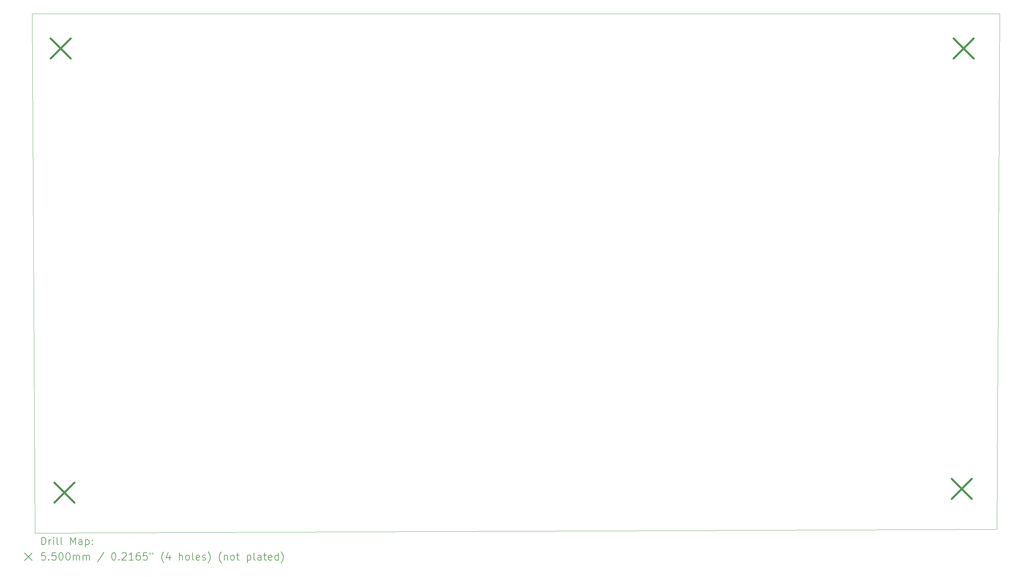
<source format=gbr>
%TF.GenerationSoftware,KiCad,Pcbnew,8.0.1-rc1*%
%TF.CreationDate,2024-09-01T13:54:38-05:00*%
%TF.ProjectId,PauseSwitch,50617573-6553-4776-9974-63682e6b6963,rev?*%
%TF.SameCoordinates,Original*%
%TF.FileFunction,Drillmap*%
%TF.FilePolarity,Positive*%
%FSLAX45Y45*%
G04 Gerber Fmt 4.5, Leading zero omitted, Abs format (unit mm)*
G04 Created by KiCad (PCBNEW 8.0.1-rc1) date 2024-09-01 13:54:38*
%MOMM*%
%LPD*%
G01*
G04 APERTURE LIST*
%ADD10C,0.050000*%
%ADD11C,0.200000*%
%ADD12C,0.550000*%
G04 APERTURE END LIST*
D10*
X27925000Y-1700000D02*
X27850000Y-15700000D01*
X27850000Y-15700000D02*
X1750000Y-15800000D01*
X1675000Y-1700000D02*
X1750000Y-15800000D01*
X1675000Y-1700000D02*
X27925000Y-1700000D01*
D11*
D12*
X2175000Y-2375000D02*
X2725000Y-2925000D01*
X2725000Y-2375000D02*
X2175000Y-2925000D01*
X2275000Y-14425000D02*
X2825000Y-14975000D01*
X2825000Y-14425000D02*
X2275000Y-14975000D01*
X26625000Y-14325000D02*
X27175000Y-14875000D01*
X27175000Y-14325000D02*
X26625000Y-14875000D01*
X26675000Y-2375000D02*
X27225000Y-2925000D01*
X27225000Y-2375000D02*
X26675000Y-2925000D01*
D11*
X1933277Y-16113984D02*
X1933277Y-15913984D01*
X1933277Y-15913984D02*
X1980896Y-15913984D01*
X1980896Y-15913984D02*
X2009467Y-15923508D01*
X2009467Y-15923508D02*
X2028515Y-15942555D01*
X2028515Y-15942555D02*
X2038039Y-15961603D01*
X2038039Y-15961603D02*
X2047562Y-15999698D01*
X2047562Y-15999698D02*
X2047562Y-16028269D01*
X2047562Y-16028269D02*
X2038039Y-16066365D01*
X2038039Y-16066365D02*
X2028515Y-16085412D01*
X2028515Y-16085412D02*
X2009467Y-16104460D01*
X2009467Y-16104460D02*
X1980896Y-16113984D01*
X1980896Y-16113984D02*
X1933277Y-16113984D01*
X2133277Y-16113984D02*
X2133277Y-15980650D01*
X2133277Y-16018746D02*
X2142801Y-15999698D01*
X2142801Y-15999698D02*
X2152324Y-15990174D01*
X2152324Y-15990174D02*
X2171372Y-15980650D01*
X2171372Y-15980650D02*
X2190420Y-15980650D01*
X2257086Y-16113984D02*
X2257086Y-15980650D01*
X2257086Y-15913984D02*
X2247563Y-15923508D01*
X2247563Y-15923508D02*
X2257086Y-15933031D01*
X2257086Y-15933031D02*
X2266610Y-15923508D01*
X2266610Y-15923508D02*
X2257086Y-15913984D01*
X2257086Y-15913984D02*
X2257086Y-15933031D01*
X2380896Y-16113984D02*
X2361848Y-16104460D01*
X2361848Y-16104460D02*
X2352324Y-16085412D01*
X2352324Y-16085412D02*
X2352324Y-15913984D01*
X2485658Y-16113984D02*
X2466610Y-16104460D01*
X2466610Y-16104460D02*
X2457086Y-16085412D01*
X2457086Y-16085412D02*
X2457086Y-15913984D01*
X2714229Y-16113984D02*
X2714229Y-15913984D01*
X2714229Y-15913984D02*
X2780896Y-16056841D01*
X2780896Y-16056841D02*
X2847562Y-15913984D01*
X2847562Y-15913984D02*
X2847562Y-16113984D01*
X3028515Y-16113984D02*
X3028515Y-16009222D01*
X3028515Y-16009222D02*
X3018991Y-15990174D01*
X3018991Y-15990174D02*
X2999943Y-15980650D01*
X2999943Y-15980650D02*
X2961848Y-15980650D01*
X2961848Y-15980650D02*
X2942801Y-15990174D01*
X3028515Y-16104460D02*
X3009467Y-16113984D01*
X3009467Y-16113984D02*
X2961848Y-16113984D01*
X2961848Y-16113984D02*
X2942801Y-16104460D01*
X2942801Y-16104460D02*
X2933277Y-16085412D01*
X2933277Y-16085412D02*
X2933277Y-16066365D01*
X2933277Y-16066365D02*
X2942801Y-16047317D01*
X2942801Y-16047317D02*
X2961848Y-16037793D01*
X2961848Y-16037793D02*
X3009467Y-16037793D01*
X3009467Y-16037793D02*
X3028515Y-16028269D01*
X3123753Y-15980650D02*
X3123753Y-16180650D01*
X3123753Y-15990174D02*
X3142801Y-15980650D01*
X3142801Y-15980650D02*
X3180896Y-15980650D01*
X3180896Y-15980650D02*
X3199943Y-15990174D01*
X3199943Y-15990174D02*
X3209467Y-15999698D01*
X3209467Y-15999698D02*
X3218991Y-16018746D01*
X3218991Y-16018746D02*
X3218991Y-16075888D01*
X3218991Y-16075888D02*
X3209467Y-16094936D01*
X3209467Y-16094936D02*
X3199943Y-16104460D01*
X3199943Y-16104460D02*
X3180896Y-16113984D01*
X3180896Y-16113984D02*
X3142801Y-16113984D01*
X3142801Y-16113984D02*
X3123753Y-16104460D01*
X3304705Y-16094936D02*
X3314229Y-16104460D01*
X3314229Y-16104460D02*
X3304705Y-16113984D01*
X3304705Y-16113984D02*
X3295182Y-16104460D01*
X3295182Y-16104460D02*
X3304705Y-16094936D01*
X3304705Y-16094936D02*
X3304705Y-16113984D01*
X3304705Y-15990174D02*
X3314229Y-15999698D01*
X3314229Y-15999698D02*
X3304705Y-16009222D01*
X3304705Y-16009222D02*
X3295182Y-15999698D01*
X3295182Y-15999698D02*
X3304705Y-15990174D01*
X3304705Y-15990174D02*
X3304705Y-16009222D01*
X1472500Y-16342500D02*
X1672500Y-16542500D01*
X1672500Y-16342500D02*
X1472500Y-16542500D01*
X2028515Y-16333984D02*
X1933277Y-16333984D01*
X1933277Y-16333984D02*
X1923753Y-16429222D01*
X1923753Y-16429222D02*
X1933277Y-16419698D01*
X1933277Y-16419698D02*
X1952324Y-16410174D01*
X1952324Y-16410174D02*
X1999943Y-16410174D01*
X1999943Y-16410174D02*
X2018991Y-16419698D01*
X2018991Y-16419698D02*
X2028515Y-16429222D01*
X2028515Y-16429222D02*
X2038039Y-16448269D01*
X2038039Y-16448269D02*
X2038039Y-16495888D01*
X2038039Y-16495888D02*
X2028515Y-16514936D01*
X2028515Y-16514936D02*
X2018991Y-16524460D01*
X2018991Y-16524460D02*
X1999943Y-16533984D01*
X1999943Y-16533984D02*
X1952324Y-16533984D01*
X1952324Y-16533984D02*
X1933277Y-16524460D01*
X1933277Y-16524460D02*
X1923753Y-16514936D01*
X2123753Y-16514936D02*
X2133277Y-16524460D01*
X2133277Y-16524460D02*
X2123753Y-16533984D01*
X2123753Y-16533984D02*
X2114229Y-16524460D01*
X2114229Y-16524460D02*
X2123753Y-16514936D01*
X2123753Y-16514936D02*
X2123753Y-16533984D01*
X2314229Y-16333984D02*
X2218991Y-16333984D01*
X2218991Y-16333984D02*
X2209467Y-16429222D01*
X2209467Y-16429222D02*
X2218991Y-16419698D01*
X2218991Y-16419698D02*
X2238039Y-16410174D01*
X2238039Y-16410174D02*
X2285658Y-16410174D01*
X2285658Y-16410174D02*
X2304705Y-16419698D01*
X2304705Y-16419698D02*
X2314229Y-16429222D01*
X2314229Y-16429222D02*
X2323753Y-16448269D01*
X2323753Y-16448269D02*
X2323753Y-16495888D01*
X2323753Y-16495888D02*
X2314229Y-16514936D01*
X2314229Y-16514936D02*
X2304705Y-16524460D01*
X2304705Y-16524460D02*
X2285658Y-16533984D01*
X2285658Y-16533984D02*
X2238039Y-16533984D01*
X2238039Y-16533984D02*
X2218991Y-16524460D01*
X2218991Y-16524460D02*
X2209467Y-16514936D01*
X2447563Y-16333984D02*
X2466610Y-16333984D01*
X2466610Y-16333984D02*
X2485658Y-16343508D01*
X2485658Y-16343508D02*
X2495182Y-16353031D01*
X2495182Y-16353031D02*
X2504705Y-16372079D01*
X2504705Y-16372079D02*
X2514229Y-16410174D01*
X2514229Y-16410174D02*
X2514229Y-16457793D01*
X2514229Y-16457793D02*
X2504705Y-16495888D01*
X2504705Y-16495888D02*
X2495182Y-16514936D01*
X2495182Y-16514936D02*
X2485658Y-16524460D01*
X2485658Y-16524460D02*
X2466610Y-16533984D01*
X2466610Y-16533984D02*
X2447563Y-16533984D01*
X2447563Y-16533984D02*
X2428515Y-16524460D01*
X2428515Y-16524460D02*
X2418991Y-16514936D01*
X2418991Y-16514936D02*
X2409467Y-16495888D01*
X2409467Y-16495888D02*
X2399944Y-16457793D01*
X2399944Y-16457793D02*
X2399944Y-16410174D01*
X2399944Y-16410174D02*
X2409467Y-16372079D01*
X2409467Y-16372079D02*
X2418991Y-16353031D01*
X2418991Y-16353031D02*
X2428515Y-16343508D01*
X2428515Y-16343508D02*
X2447563Y-16333984D01*
X2638039Y-16333984D02*
X2657086Y-16333984D01*
X2657086Y-16333984D02*
X2676134Y-16343508D01*
X2676134Y-16343508D02*
X2685658Y-16353031D01*
X2685658Y-16353031D02*
X2695182Y-16372079D01*
X2695182Y-16372079D02*
X2704705Y-16410174D01*
X2704705Y-16410174D02*
X2704705Y-16457793D01*
X2704705Y-16457793D02*
X2695182Y-16495888D01*
X2695182Y-16495888D02*
X2685658Y-16514936D01*
X2685658Y-16514936D02*
X2676134Y-16524460D01*
X2676134Y-16524460D02*
X2657086Y-16533984D01*
X2657086Y-16533984D02*
X2638039Y-16533984D01*
X2638039Y-16533984D02*
X2618991Y-16524460D01*
X2618991Y-16524460D02*
X2609467Y-16514936D01*
X2609467Y-16514936D02*
X2599944Y-16495888D01*
X2599944Y-16495888D02*
X2590420Y-16457793D01*
X2590420Y-16457793D02*
X2590420Y-16410174D01*
X2590420Y-16410174D02*
X2599944Y-16372079D01*
X2599944Y-16372079D02*
X2609467Y-16353031D01*
X2609467Y-16353031D02*
X2618991Y-16343508D01*
X2618991Y-16343508D02*
X2638039Y-16333984D01*
X2790420Y-16533984D02*
X2790420Y-16400650D01*
X2790420Y-16419698D02*
X2799943Y-16410174D01*
X2799943Y-16410174D02*
X2818991Y-16400650D01*
X2818991Y-16400650D02*
X2847563Y-16400650D01*
X2847563Y-16400650D02*
X2866610Y-16410174D01*
X2866610Y-16410174D02*
X2876134Y-16429222D01*
X2876134Y-16429222D02*
X2876134Y-16533984D01*
X2876134Y-16429222D02*
X2885658Y-16410174D01*
X2885658Y-16410174D02*
X2904705Y-16400650D01*
X2904705Y-16400650D02*
X2933277Y-16400650D01*
X2933277Y-16400650D02*
X2952324Y-16410174D01*
X2952324Y-16410174D02*
X2961848Y-16429222D01*
X2961848Y-16429222D02*
X2961848Y-16533984D01*
X3057086Y-16533984D02*
X3057086Y-16400650D01*
X3057086Y-16419698D02*
X3066610Y-16410174D01*
X3066610Y-16410174D02*
X3085658Y-16400650D01*
X3085658Y-16400650D02*
X3114229Y-16400650D01*
X3114229Y-16400650D02*
X3133277Y-16410174D01*
X3133277Y-16410174D02*
X3142801Y-16429222D01*
X3142801Y-16429222D02*
X3142801Y-16533984D01*
X3142801Y-16429222D02*
X3152324Y-16410174D01*
X3152324Y-16410174D02*
X3171372Y-16400650D01*
X3171372Y-16400650D02*
X3199943Y-16400650D01*
X3199943Y-16400650D02*
X3218991Y-16410174D01*
X3218991Y-16410174D02*
X3228515Y-16429222D01*
X3228515Y-16429222D02*
X3228515Y-16533984D01*
X3618991Y-16324460D02*
X3447563Y-16581603D01*
X3876134Y-16333984D02*
X3895182Y-16333984D01*
X3895182Y-16333984D02*
X3914229Y-16343508D01*
X3914229Y-16343508D02*
X3923753Y-16353031D01*
X3923753Y-16353031D02*
X3933277Y-16372079D01*
X3933277Y-16372079D02*
X3942801Y-16410174D01*
X3942801Y-16410174D02*
X3942801Y-16457793D01*
X3942801Y-16457793D02*
X3933277Y-16495888D01*
X3933277Y-16495888D02*
X3923753Y-16514936D01*
X3923753Y-16514936D02*
X3914229Y-16524460D01*
X3914229Y-16524460D02*
X3895182Y-16533984D01*
X3895182Y-16533984D02*
X3876134Y-16533984D01*
X3876134Y-16533984D02*
X3857086Y-16524460D01*
X3857086Y-16524460D02*
X3847563Y-16514936D01*
X3847563Y-16514936D02*
X3838039Y-16495888D01*
X3838039Y-16495888D02*
X3828515Y-16457793D01*
X3828515Y-16457793D02*
X3828515Y-16410174D01*
X3828515Y-16410174D02*
X3838039Y-16372079D01*
X3838039Y-16372079D02*
X3847563Y-16353031D01*
X3847563Y-16353031D02*
X3857086Y-16343508D01*
X3857086Y-16343508D02*
X3876134Y-16333984D01*
X4028515Y-16514936D02*
X4038039Y-16524460D01*
X4038039Y-16524460D02*
X4028515Y-16533984D01*
X4028515Y-16533984D02*
X4018991Y-16524460D01*
X4018991Y-16524460D02*
X4028515Y-16514936D01*
X4028515Y-16514936D02*
X4028515Y-16533984D01*
X4114229Y-16353031D02*
X4123753Y-16343508D01*
X4123753Y-16343508D02*
X4142801Y-16333984D01*
X4142801Y-16333984D02*
X4190420Y-16333984D01*
X4190420Y-16333984D02*
X4209468Y-16343508D01*
X4209468Y-16343508D02*
X4218991Y-16353031D01*
X4218991Y-16353031D02*
X4228515Y-16372079D01*
X4228515Y-16372079D02*
X4228515Y-16391127D01*
X4228515Y-16391127D02*
X4218991Y-16419698D01*
X4218991Y-16419698D02*
X4104706Y-16533984D01*
X4104706Y-16533984D02*
X4228515Y-16533984D01*
X4418991Y-16533984D02*
X4304706Y-16533984D01*
X4361848Y-16533984D02*
X4361848Y-16333984D01*
X4361848Y-16333984D02*
X4342801Y-16362555D01*
X4342801Y-16362555D02*
X4323753Y-16381603D01*
X4323753Y-16381603D02*
X4304706Y-16391127D01*
X4590420Y-16333984D02*
X4552325Y-16333984D01*
X4552325Y-16333984D02*
X4533277Y-16343508D01*
X4533277Y-16343508D02*
X4523753Y-16353031D01*
X4523753Y-16353031D02*
X4504706Y-16381603D01*
X4504706Y-16381603D02*
X4495182Y-16419698D01*
X4495182Y-16419698D02*
X4495182Y-16495888D01*
X4495182Y-16495888D02*
X4504706Y-16514936D01*
X4504706Y-16514936D02*
X4514229Y-16524460D01*
X4514229Y-16524460D02*
X4533277Y-16533984D01*
X4533277Y-16533984D02*
X4571372Y-16533984D01*
X4571372Y-16533984D02*
X4590420Y-16524460D01*
X4590420Y-16524460D02*
X4599944Y-16514936D01*
X4599944Y-16514936D02*
X4609468Y-16495888D01*
X4609468Y-16495888D02*
X4609468Y-16448269D01*
X4609468Y-16448269D02*
X4599944Y-16429222D01*
X4599944Y-16429222D02*
X4590420Y-16419698D01*
X4590420Y-16419698D02*
X4571372Y-16410174D01*
X4571372Y-16410174D02*
X4533277Y-16410174D01*
X4533277Y-16410174D02*
X4514229Y-16419698D01*
X4514229Y-16419698D02*
X4504706Y-16429222D01*
X4504706Y-16429222D02*
X4495182Y-16448269D01*
X4790420Y-16333984D02*
X4695182Y-16333984D01*
X4695182Y-16333984D02*
X4685658Y-16429222D01*
X4685658Y-16429222D02*
X4695182Y-16419698D01*
X4695182Y-16419698D02*
X4714229Y-16410174D01*
X4714229Y-16410174D02*
X4761849Y-16410174D01*
X4761849Y-16410174D02*
X4780896Y-16419698D01*
X4780896Y-16419698D02*
X4790420Y-16429222D01*
X4790420Y-16429222D02*
X4799944Y-16448269D01*
X4799944Y-16448269D02*
X4799944Y-16495888D01*
X4799944Y-16495888D02*
X4790420Y-16514936D01*
X4790420Y-16514936D02*
X4780896Y-16524460D01*
X4780896Y-16524460D02*
X4761849Y-16533984D01*
X4761849Y-16533984D02*
X4714229Y-16533984D01*
X4714229Y-16533984D02*
X4695182Y-16524460D01*
X4695182Y-16524460D02*
X4685658Y-16514936D01*
X4876134Y-16333984D02*
X4876134Y-16372079D01*
X4952325Y-16333984D02*
X4952325Y-16372079D01*
X5247563Y-16610174D02*
X5238039Y-16600650D01*
X5238039Y-16600650D02*
X5218991Y-16572079D01*
X5218991Y-16572079D02*
X5209468Y-16553031D01*
X5209468Y-16553031D02*
X5199944Y-16524460D01*
X5199944Y-16524460D02*
X5190420Y-16476841D01*
X5190420Y-16476841D02*
X5190420Y-16438746D01*
X5190420Y-16438746D02*
X5199944Y-16391127D01*
X5199944Y-16391127D02*
X5209468Y-16362555D01*
X5209468Y-16362555D02*
X5218991Y-16343508D01*
X5218991Y-16343508D02*
X5238039Y-16314936D01*
X5238039Y-16314936D02*
X5247563Y-16305412D01*
X5409468Y-16400650D02*
X5409468Y-16533984D01*
X5361849Y-16324460D02*
X5314230Y-16467317D01*
X5314230Y-16467317D02*
X5438039Y-16467317D01*
X5666610Y-16533984D02*
X5666610Y-16333984D01*
X5752325Y-16533984D02*
X5752325Y-16429222D01*
X5752325Y-16429222D02*
X5742801Y-16410174D01*
X5742801Y-16410174D02*
X5723753Y-16400650D01*
X5723753Y-16400650D02*
X5695182Y-16400650D01*
X5695182Y-16400650D02*
X5676134Y-16410174D01*
X5676134Y-16410174D02*
X5666610Y-16419698D01*
X5876134Y-16533984D02*
X5857087Y-16524460D01*
X5857087Y-16524460D02*
X5847563Y-16514936D01*
X5847563Y-16514936D02*
X5838039Y-16495888D01*
X5838039Y-16495888D02*
X5838039Y-16438746D01*
X5838039Y-16438746D02*
X5847563Y-16419698D01*
X5847563Y-16419698D02*
X5857087Y-16410174D01*
X5857087Y-16410174D02*
X5876134Y-16400650D01*
X5876134Y-16400650D02*
X5904706Y-16400650D01*
X5904706Y-16400650D02*
X5923753Y-16410174D01*
X5923753Y-16410174D02*
X5933277Y-16419698D01*
X5933277Y-16419698D02*
X5942801Y-16438746D01*
X5942801Y-16438746D02*
X5942801Y-16495888D01*
X5942801Y-16495888D02*
X5933277Y-16514936D01*
X5933277Y-16514936D02*
X5923753Y-16524460D01*
X5923753Y-16524460D02*
X5904706Y-16533984D01*
X5904706Y-16533984D02*
X5876134Y-16533984D01*
X6057087Y-16533984D02*
X6038039Y-16524460D01*
X6038039Y-16524460D02*
X6028515Y-16505412D01*
X6028515Y-16505412D02*
X6028515Y-16333984D01*
X6209468Y-16524460D02*
X6190420Y-16533984D01*
X6190420Y-16533984D02*
X6152325Y-16533984D01*
X6152325Y-16533984D02*
X6133277Y-16524460D01*
X6133277Y-16524460D02*
X6123753Y-16505412D01*
X6123753Y-16505412D02*
X6123753Y-16429222D01*
X6123753Y-16429222D02*
X6133277Y-16410174D01*
X6133277Y-16410174D02*
X6152325Y-16400650D01*
X6152325Y-16400650D02*
X6190420Y-16400650D01*
X6190420Y-16400650D02*
X6209468Y-16410174D01*
X6209468Y-16410174D02*
X6218991Y-16429222D01*
X6218991Y-16429222D02*
X6218991Y-16448269D01*
X6218991Y-16448269D02*
X6123753Y-16467317D01*
X6295182Y-16524460D02*
X6314230Y-16533984D01*
X6314230Y-16533984D02*
X6352325Y-16533984D01*
X6352325Y-16533984D02*
X6371372Y-16524460D01*
X6371372Y-16524460D02*
X6380896Y-16505412D01*
X6380896Y-16505412D02*
X6380896Y-16495888D01*
X6380896Y-16495888D02*
X6371372Y-16476841D01*
X6371372Y-16476841D02*
X6352325Y-16467317D01*
X6352325Y-16467317D02*
X6323753Y-16467317D01*
X6323753Y-16467317D02*
X6304706Y-16457793D01*
X6304706Y-16457793D02*
X6295182Y-16438746D01*
X6295182Y-16438746D02*
X6295182Y-16429222D01*
X6295182Y-16429222D02*
X6304706Y-16410174D01*
X6304706Y-16410174D02*
X6323753Y-16400650D01*
X6323753Y-16400650D02*
X6352325Y-16400650D01*
X6352325Y-16400650D02*
X6371372Y-16410174D01*
X6447563Y-16610174D02*
X6457087Y-16600650D01*
X6457087Y-16600650D02*
X6476134Y-16572079D01*
X6476134Y-16572079D02*
X6485658Y-16553031D01*
X6485658Y-16553031D02*
X6495182Y-16524460D01*
X6495182Y-16524460D02*
X6504706Y-16476841D01*
X6504706Y-16476841D02*
X6504706Y-16438746D01*
X6504706Y-16438746D02*
X6495182Y-16391127D01*
X6495182Y-16391127D02*
X6485658Y-16362555D01*
X6485658Y-16362555D02*
X6476134Y-16343508D01*
X6476134Y-16343508D02*
X6457087Y-16314936D01*
X6457087Y-16314936D02*
X6447563Y-16305412D01*
X6809468Y-16610174D02*
X6799944Y-16600650D01*
X6799944Y-16600650D02*
X6780896Y-16572079D01*
X6780896Y-16572079D02*
X6771372Y-16553031D01*
X6771372Y-16553031D02*
X6761849Y-16524460D01*
X6761849Y-16524460D02*
X6752325Y-16476841D01*
X6752325Y-16476841D02*
X6752325Y-16438746D01*
X6752325Y-16438746D02*
X6761849Y-16391127D01*
X6761849Y-16391127D02*
X6771372Y-16362555D01*
X6771372Y-16362555D02*
X6780896Y-16343508D01*
X6780896Y-16343508D02*
X6799944Y-16314936D01*
X6799944Y-16314936D02*
X6809468Y-16305412D01*
X6885658Y-16400650D02*
X6885658Y-16533984D01*
X6885658Y-16419698D02*
X6895182Y-16410174D01*
X6895182Y-16410174D02*
X6914230Y-16400650D01*
X6914230Y-16400650D02*
X6942801Y-16400650D01*
X6942801Y-16400650D02*
X6961849Y-16410174D01*
X6961849Y-16410174D02*
X6971372Y-16429222D01*
X6971372Y-16429222D02*
X6971372Y-16533984D01*
X7095182Y-16533984D02*
X7076134Y-16524460D01*
X7076134Y-16524460D02*
X7066611Y-16514936D01*
X7066611Y-16514936D02*
X7057087Y-16495888D01*
X7057087Y-16495888D02*
X7057087Y-16438746D01*
X7057087Y-16438746D02*
X7066611Y-16419698D01*
X7066611Y-16419698D02*
X7076134Y-16410174D01*
X7076134Y-16410174D02*
X7095182Y-16400650D01*
X7095182Y-16400650D02*
X7123753Y-16400650D01*
X7123753Y-16400650D02*
X7142801Y-16410174D01*
X7142801Y-16410174D02*
X7152325Y-16419698D01*
X7152325Y-16419698D02*
X7161849Y-16438746D01*
X7161849Y-16438746D02*
X7161849Y-16495888D01*
X7161849Y-16495888D02*
X7152325Y-16514936D01*
X7152325Y-16514936D02*
X7142801Y-16524460D01*
X7142801Y-16524460D02*
X7123753Y-16533984D01*
X7123753Y-16533984D02*
X7095182Y-16533984D01*
X7218992Y-16400650D02*
X7295182Y-16400650D01*
X7247563Y-16333984D02*
X7247563Y-16505412D01*
X7247563Y-16505412D02*
X7257087Y-16524460D01*
X7257087Y-16524460D02*
X7276134Y-16533984D01*
X7276134Y-16533984D02*
X7295182Y-16533984D01*
X7514230Y-16400650D02*
X7514230Y-16600650D01*
X7514230Y-16410174D02*
X7533277Y-16400650D01*
X7533277Y-16400650D02*
X7571373Y-16400650D01*
X7571373Y-16400650D02*
X7590420Y-16410174D01*
X7590420Y-16410174D02*
X7599944Y-16419698D01*
X7599944Y-16419698D02*
X7609468Y-16438746D01*
X7609468Y-16438746D02*
X7609468Y-16495888D01*
X7609468Y-16495888D02*
X7599944Y-16514936D01*
X7599944Y-16514936D02*
X7590420Y-16524460D01*
X7590420Y-16524460D02*
X7571373Y-16533984D01*
X7571373Y-16533984D02*
X7533277Y-16533984D01*
X7533277Y-16533984D02*
X7514230Y-16524460D01*
X7723753Y-16533984D02*
X7704706Y-16524460D01*
X7704706Y-16524460D02*
X7695182Y-16505412D01*
X7695182Y-16505412D02*
X7695182Y-16333984D01*
X7885658Y-16533984D02*
X7885658Y-16429222D01*
X7885658Y-16429222D02*
X7876134Y-16410174D01*
X7876134Y-16410174D02*
X7857087Y-16400650D01*
X7857087Y-16400650D02*
X7818992Y-16400650D01*
X7818992Y-16400650D02*
X7799944Y-16410174D01*
X7885658Y-16524460D02*
X7866611Y-16533984D01*
X7866611Y-16533984D02*
X7818992Y-16533984D01*
X7818992Y-16533984D02*
X7799944Y-16524460D01*
X7799944Y-16524460D02*
X7790420Y-16505412D01*
X7790420Y-16505412D02*
X7790420Y-16486365D01*
X7790420Y-16486365D02*
X7799944Y-16467317D01*
X7799944Y-16467317D02*
X7818992Y-16457793D01*
X7818992Y-16457793D02*
X7866611Y-16457793D01*
X7866611Y-16457793D02*
X7885658Y-16448269D01*
X7952325Y-16400650D02*
X8028515Y-16400650D01*
X7980896Y-16333984D02*
X7980896Y-16505412D01*
X7980896Y-16505412D02*
X7990420Y-16524460D01*
X7990420Y-16524460D02*
X8009468Y-16533984D01*
X8009468Y-16533984D02*
X8028515Y-16533984D01*
X8171373Y-16524460D02*
X8152325Y-16533984D01*
X8152325Y-16533984D02*
X8114230Y-16533984D01*
X8114230Y-16533984D02*
X8095182Y-16524460D01*
X8095182Y-16524460D02*
X8085658Y-16505412D01*
X8085658Y-16505412D02*
X8085658Y-16429222D01*
X8085658Y-16429222D02*
X8095182Y-16410174D01*
X8095182Y-16410174D02*
X8114230Y-16400650D01*
X8114230Y-16400650D02*
X8152325Y-16400650D01*
X8152325Y-16400650D02*
X8171373Y-16410174D01*
X8171373Y-16410174D02*
X8180896Y-16429222D01*
X8180896Y-16429222D02*
X8180896Y-16448269D01*
X8180896Y-16448269D02*
X8085658Y-16467317D01*
X8352325Y-16533984D02*
X8352325Y-16333984D01*
X8352325Y-16524460D02*
X8333277Y-16533984D01*
X8333277Y-16533984D02*
X8295182Y-16533984D01*
X8295182Y-16533984D02*
X8276134Y-16524460D01*
X8276134Y-16524460D02*
X8266611Y-16514936D01*
X8266611Y-16514936D02*
X8257087Y-16495888D01*
X8257087Y-16495888D02*
X8257087Y-16438746D01*
X8257087Y-16438746D02*
X8266611Y-16419698D01*
X8266611Y-16419698D02*
X8276134Y-16410174D01*
X8276134Y-16410174D02*
X8295182Y-16400650D01*
X8295182Y-16400650D02*
X8333277Y-16400650D01*
X8333277Y-16400650D02*
X8352325Y-16410174D01*
X8428516Y-16610174D02*
X8438039Y-16600650D01*
X8438039Y-16600650D02*
X8457087Y-16572079D01*
X8457087Y-16572079D02*
X8466611Y-16553031D01*
X8466611Y-16553031D02*
X8476135Y-16524460D01*
X8476135Y-16524460D02*
X8485658Y-16476841D01*
X8485658Y-16476841D02*
X8485658Y-16438746D01*
X8485658Y-16438746D02*
X8476135Y-16391127D01*
X8476135Y-16391127D02*
X8466611Y-16362555D01*
X8466611Y-16362555D02*
X8457087Y-16343508D01*
X8457087Y-16343508D02*
X8438039Y-16314936D01*
X8438039Y-16314936D02*
X8428516Y-16305412D01*
M02*

</source>
